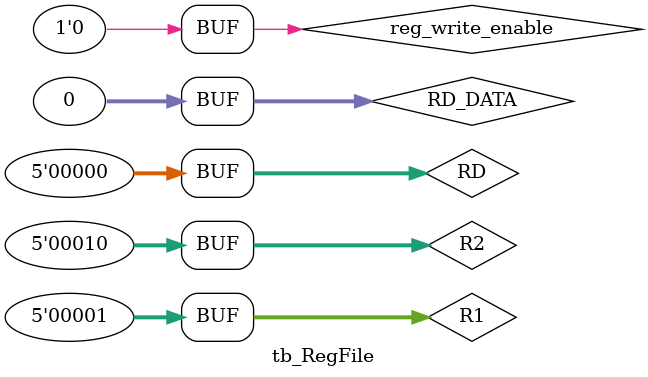
<source format=v>
`include "RegFile.v"
`timescale 1ns / 100ps 

module tb_RegFile;
    reg [4:0]R1;
    reg [4:0]R2;
    reg [4:0]RD;
    reg [31:0]RD_DATA;
    reg reg_write_enable;

    wire [31:0]R1_data;
    wire [31:0]R2_data;

    RegFile regfile(R1, R2, RD, RD_DATA, reg_write_enable, R1_data, R2_data );

    initial begin
        R1 = 0;
        R2 = 0;
        RD = 0;
        RD_DATA = 0;
        reg_write_enable = 0;
        #20;

        R1 = 0;
        R2 = 0;
        RD = 1;
        RD_DATA = 5;
        reg_write_enable = 1;
        #20;

        R1 = 1;
        R2 = 0;
        RD = 2;
        RD_DATA = 10;
        reg_write_enable = 1;
        #20;

        R1 = 1;
        R2 = 2;
        RD = 0;
        RD_DATA = 0;
        reg_write_enable = 0;
        #20;
    end

    initial begin
        $dumpfile("vcd/regfile.vcd");
        $dumpvars(0, tb_RegFile);
    end
endmodule
</source>
